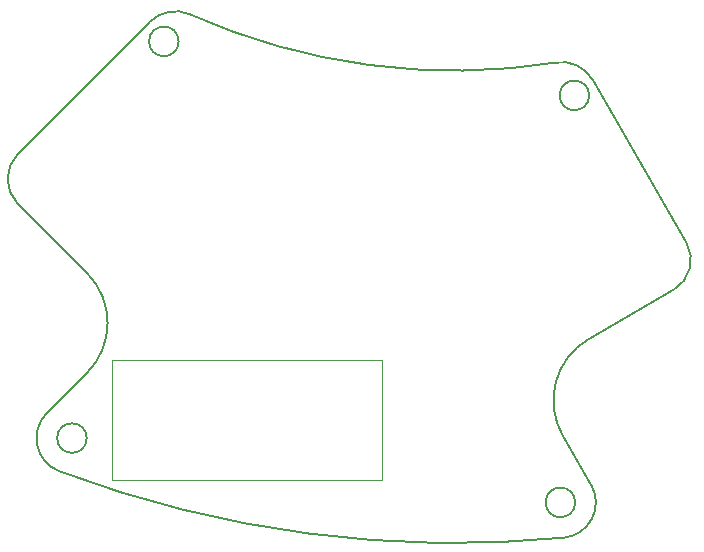
<source format=gbr>
G04 #@! TF.GenerationSoftware,KiCad,Pcbnew,(6.0.5)*
G04 #@! TF.CreationDate,2022-07-03T21:23:33+09:00*
G04 #@! TF.ProjectId,psu_board,7073755f-626f-4617-9264-2e6b69636164,rev?*
G04 #@! TF.SameCoordinates,Original*
G04 #@! TF.FileFunction,Profile,NP*
%FSLAX46Y46*%
G04 Gerber Fmt 4.6, Leading zero omitted, Abs format (unit mm)*
G04 Created by KiCad (PCBNEW (6.0.5)) date 2022-07-03 21:23:33*
%MOMM*%
%LPD*%
G01*
G04 APERTURE LIST*
G04 #@! TA.AperFunction,Profile*
%ADD10C,0.200000*%
G04 #@! TD*
G04 #@! TA.AperFunction,Profile*
%ADD11C,0.100000*%
G04 #@! TD*
G04 APERTURE END LIST*
D10*
X118787604Y-96371079D02*
G75*
G03*
X118787621Y-100613737I2121296J-2121321D01*
G01*
X124608755Y-120437787D02*
G75*
G03*
X124608755Y-120437787I-1250000J0D01*
G01*
X174263940Y-107917360D02*
G75*
G03*
X175361999Y-103819254I-1499940J2598060D01*
G01*
X124621244Y-114932641D02*
G75*
G03*
X124621252Y-106447368I-4242644J4242641D01*
G01*
X165967705Y-125882796D02*
G75*
G03*
X165967705Y-125882796I-1250000J0D01*
G01*
X121237436Y-118316468D02*
G75*
G03*
X122303042Y-123245895I2121264J-2121332D01*
G01*
X124621252Y-114932649D02*
X121237434Y-118316466D01*
X167119227Y-112042355D02*
G75*
G03*
X164923061Y-120238483I2999973J-5196145D01*
G01*
X167119213Y-112042330D02*
X174263923Y-107917330D01*
X133330650Y-84552868D02*
G75*
G03*
X164373295Y-88639708I22403300J50230408D01*
G01*
X122303042Y-123245896D02*
G75*
G03*
X165010653Y-128868458I33430908J88923456D01*
G01*
X175361999Y-103819254D02*
X167442608Y-90102466D01*
X167442640Y-90102447D02*
G75*
G03*
X164373295Y-88639708I-2598040J-1499953D01*
G01*
X129987331Y-85171386D02*
X118787621Y-96371096D01*
X165010654Y-128868468D02*
G75*
G03*
X167315781Y-124382796I-292954J2985668D01*
G01*
X167146858Y-91425149D02*
G75*
G03*
X167146858Y-91425149I-1250000J0D01*
G01*
X133330627Y-84552918D02*
G75*
G03*
X129987331Y-85171386I-1222027J-2739782D01*
G01*
X167315781Y-124382796D02*
X164923061Y-120238483D01*
D11*
X126746000Y-113792000D02*
X149606000Y-113792000D01*
X149606000Y-113792000D02*
X149606000Y-123952000D01*
X149606000Y-123952000D02*
X126746000Y-123952000D01*
X126746000Y-123952000D02*
X126746000Y-113792000D01*
D10*
X132388075Y-86849069D02*
G75*
G03*
X132388075Y-86849069I-1250000J0D01*
G01*
X118787621Y-100613737D02*
X124621252Y-106447368D01*
M02*

</source>
